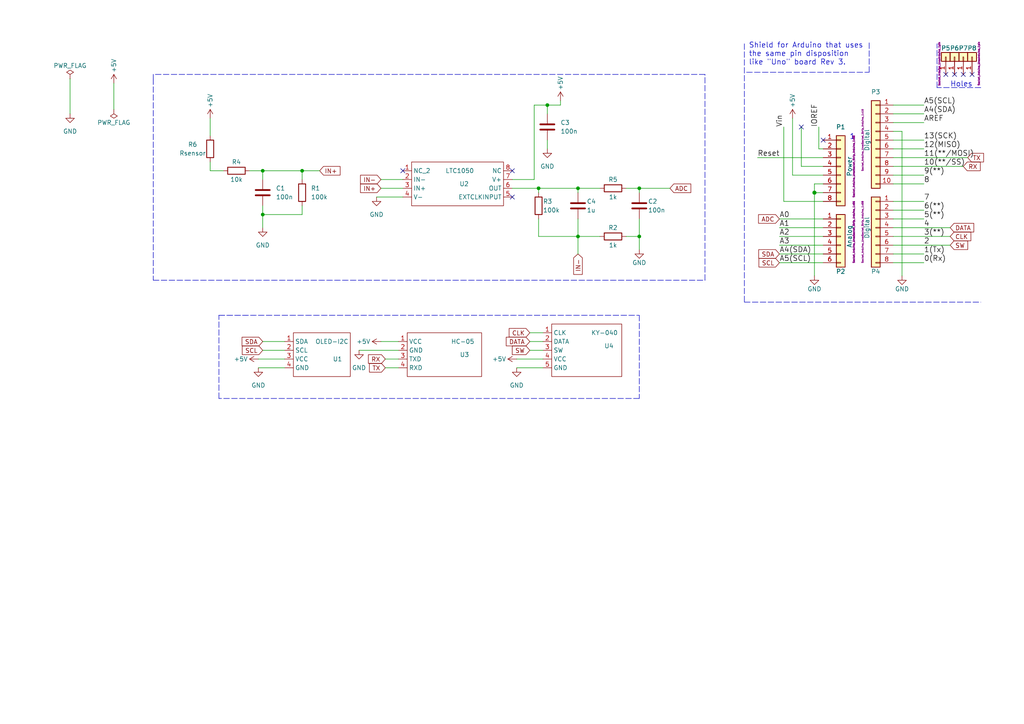
<source format=kicad_sch>
(kicad_sch (version 20211123) (generator eeschema)
  (paper "A4")
  (title_block (date "lun. 30 mars 2015"))
  (lib_symbols
    (symbol "Connector_Generic:Conn_01x01" (pin_names (offset 1.016) hide)
      (property "Reference" "J" (at 0 2.54 0))
      (property "Value" "Conn_01x01" (at 0 -2.54 0))
      (symbol "Conn_01x01_1_1"
        (rectangle (start -1.27 0.127) (end 0 -0.127) (stroke (width 0.1524)))
        (rectangle (start -1.27 1.27) (end 1.27 -1.27) (stroke (width 0.254)) (fill (type background)))
        (pin passive line (at -5.08 0 0) (length 3.81) (name "Pin_1") (number "1"))
      )
    )
    (symbol "Connector_Generic:Conn_01x06" (pin_names (offset 1.016) hide)
      (property "Reference" "J" (at 0 7.62 0))
      (property "Value" "Conn_01x06" (at 0 -10.16 0))
      (symbol "Conn_01x06_1_1"
        (rectangle (start -1.27 -7.493) (end 0 -7.747) (stroke (width 0.1524)))
        (rectangle (start -1.27 -4.953) (end 0 -5.207) (stroke (width 0.1524)))
        (rectangle (start -1.27 -2.413) (end 0 -2.667) (stroke (width 0.1524)))
        (rectangle (start -1.27 0.127) (end 0 -0.127) (stroke (width 0.1524)))
        (rectangle (start -1.27 2.667) (end 0 2.413) (stroke (width 0.1524)))
        (rectangle (start -1.27 5.207) (end 0 4.953) (stroke (width 0.1524)))
        (rectangle (start -1.27 6.35) (end 1.27 -8.89) (stroke (width 0.254)) (fill (type background)))
        (pin passive line (at -5.08 5.08 0) (length 3.81) (name "Pin_1") (number "1"))
        (pin passive line (at -5.08 2.54 0) (length 3.81) (name "Pin_2") (number "2"))
        (pin passive line (at -5.08 0 0) (length 3.81) (name "Pin_3") (number "3"))
        (pin passive line (at -5.08 -2.54 0) (length 3.81) (name "Pin_4") (number "4"))
        (pin passive line (at -5.08 -5.08 0) (length 3.81) (name "Pin_5") (number "5"))
        (pin passive line (at -5.08 -7.62 0) (length 3.81) (name "Pin_6") (number "6"))
      )
    )
    (symbol "Connector_Generic:Conn_01x08" (pin_names (offset 1.016) hide)
      (property "Reference" "J" (at 0 10.16 0))
      (property "Value" "Conn_01x08" (at 0 -12.7 0))
      (symbol "Conn_01x08_1_1"
        (rectangle (start -1.27 -10.033) (end 0 -10.287) (stroke (width 0.1524)))
        (rectangle (start -1.27 -7.493) (end 0 -7.747) (stroke (width 0.1524)))
        (rectangle (start -1.27 -4.953) (end 0 -5.207) (stroke (width 0.1524)))
        (rectangle (start -1.27 -2.413) (end 0 -2.667) (stroke (width 0.1524)))
        (rectangle (start -1.27 0.127) (end 0 -0.127) (stroke (width 0.1524)))
        (rectangle (start -1.27 2.667) (end 0 2.413) (stroke (width 0.1524)))
        (rectangle (start -1.27 5.207) (end 0 4.953) (stroke (width 0.1524)))
        (rectangle (start -1.27 7.747) (end 0 7.493) (stroke (width 0.1524)))
        (rectangle (start -1.27 8.89) (end 1.27 -11.43) (stroke (width 0.254)) (fill (type background)))
        (pin passive line (at -5.08 7.62 0) (length 3.81) (name "Pin_1") (number "1"))
        (pin passive line (at -5.08 5.08 0) (length 3.81) (name "Pin_2") (number "2"))
        (pin passive line (at -5.08 2.54 0) (length 3.81) (name "Pin_3") (number "3"))
        (pin passive line (at -5.08 0 0) (length 3.81) (name "Pin_4") (number "4"))
        (pin passive line (at -5.08 -2.54 0) (length 3.81) (name "Pin_5") (number "5"))
        (pin passive line (at -5.08 -5.08 0) (length 3.81) (name "Pin_6") (number "6"))
        (pin passive line (at -5.08 -7.62 0) (length 3.81) (name "Pin_7") (number "7"))
        (pin passive line (at -5.08 -10.16 0) (length 3.81) (name "Pin_8") (number "8"))
      )
    )
    (symbol "Connector_Generic:Conn_01x10" (pin_names (offset 1.016) hide)
      (property "Reference" "J" (at 0 12.7 0))
      (property "Value" "Conn_01x10" (at 0 -15.24 0))
      (symbol "Conn_01x10_1_1"
        (rectangle (start -1.27 -12.573) (end 0 -12.827) (stroke (width 0.1524)))
        (rectangle (start -1.27 -10.033) (end 0 -10.287) (stroke (width 0.1524)))
        (rectangle (start -1.27 -7.493) (end 0 -7.747) (stroke (width 0.1524)))
        (rectangle (start -1.27 -4.953) (end 0 -5.207) (stroke (width 0.1524)))
        (rectangle (start -1.27 -2.413) (end 0 -2.667) (stroke (width 0.1524)))
        (rectangle (start -1.27 0.127) (end 0 -0.127) (stroke (width 0.1524)))
        (rectangle (start -1.27 2.667) (end 0 2.413) (stroke (width 0.1524)))
        (rectangle (start -1.27 5.207) (end 0 4.953) (stroke (width 0.1524)))
        (rectangle (start -1.27 7.747) (end 0 7.493) (stroke (width 0.1524)))
        (rectangle (start -1.27 10.287) (end 0 10.033) (stroke (width 0.1524)))
        (rectangle (start -1.27 11.43) (end 1.27 -13.97) (stroke (width 0.254)) (fill (type background)))
        (pin passive line (at -5.08 10.16 0) (length 3.81) (name "Pin_1") (number "1"))
        (pin passive line (at -5.08 -12.7 0) (length 3.81) (name "Pin_10") (number "10"))
        (pin passive line (at -5.08 7.62 0) (length 3.81) (name "Pin_2") (number "2"))
        (pin passive line (at -5.08 5.08 0) (length 3.81) (name "Pin_3") (number "3"))
        (pin passive line (at -5.08 2.54 0) (length 3.81) (name "Pin_4") (number "4"))
        (pin passive line (at -5.08 0 0) (length 3.81) (name "Pin_5") (number "5"))
        (pin passive line (at -5.08 -2.54 0) (length 3.81) (name "Pin_6") (number "6"))
        (pin passive line (at -5.08 -5.08 0) (length 3.81) (name "Pin_7") (number "7"))
        (pin passive line (at -5.08 -7.62 0) (length 3.81) (name "Pin_8") (number "8"))
        (pin passive line (at -5.08 -10.16 0) (length 3.81) (name "Pin_9") (number "9"))
      )
    )
    (symbol "Device:C" (pin_numbers hide) (pin_names (offset 0.254))
      (property "Reference" "C" (at 0.635 2.54 0))
      (property "Value" "C" (at 0.635 -2.54 0))
      (symbol "C_0_1"
        (polyline (pts (xy -2.032 -0.762) (xy 2.032 -0.762)) (stroke (width 0.508)))
        (polyline (pts (xy -2.032 0.762) (xy 2.032 0.762)) (stroke (width 0.508)))
      )
      (symbol "C_1_1"
        (pin passive line (at 0 3.81 270) (length 2.794) (name "~") (number "1"))
        (pin passive line (at 0 -3.81 90) (length 2.794) (name "~") (number "2"))
      )
    )
    (symbol "Device:R" (pin_numbers hide) (pin_names (offset 0))
      (property "Reference" "R" (at 2.032 0 90))
      (property "Value" "R" (at 0 0 90))
      (symbol "R_0_1"
        (rectangle (start -1.016 -2.54) (end 1.016 2.54) (stroke (width 0.254)))
      )
      (symbol "R_1_1"
        (pin passive line (at 0 3.81 270) (length 1.27) (name "~") (number "1"))
        (pin passive line (at 0 -3.81 90) (length 1.27) (name "~") (number "2"))
      )
    )
    (symbol "custom_library:HC-05"
      (property "Reference" "U" (at 0 0 0))
      (property "Value" "HC-05" (at 1.27 -3.81 0))
      (symbol "HC-05_0_1"
        (rectangle (start -15.24 -1.27) (end 6.35 -13.97))
      )
      (symbol "HC-05_1_1"
        (pin input line (at -17.78 -3.81 0) (length 2.54) (name "VCC") (number "1"))
        (pin input line (at -17.78 -6.35 0) (length 2.54) (name "GND") (number "2"))
        (pin output line (at -17.78 -8.89 0) (length 2.54) (name "TXD") (number "3"))
        (pin input line (at -17.78 -11.43 0) (length 2.54) (name "RXD") (number "4"))
      )
    )
    (symbol "custom_library:KY-040"
      (property "Reference" "U" (at -5.08 0 0))
      (property "Value" "KY-040" (at 0 -3.81 0))
      (symbol "KY-040_0_1"
        (rectangle (start -15.24 -1.27) (end 5.08 -16.51))
      )
      (symbol "KY-040_1_1"
        (pin output line (at -17.78 -3.81 0) (length 2.54) (name "CLK") (number "1"))
        (pin output line (at -17.78 -6.35 0) (length 2.54) (name "DATA") (number "2"))
        (pin output line (at -17.78 -8.89 0) (length 2.54) (name "SW") (number "3"))
        (pin input line (at -17.78 -11.43 0) (length 2.54) (name "VCC") (number "4"))
        (pin input line (at -17.78 -13.97 0) (length 2.54) (name "GND") (number "5"))
      )
    )
    (symbol "custom_library:LTC1050"
      (property "Reference" "U" (at 13.97 7.62 0))
      (property "Value" "LTC1050" (at 8.89 2.54 0))
      (symbol "LTC1050_0_1"
        (rectangle (start -5.08 -7.62) (end 21.59 5.08))
      )
      (symbol "LTC1050_1_1"
        (pin input line (at -7.62 2.54 0) (length 2.54) (name "NC_2") (number "1"))
        (pin input line (at -7.62 0 0) (length 2.54) (name "IN-") (number "2"))
        (pin input line (at -7.62 -2.54 0) (length 2.54) (name "IN+") (number "3"))
        (pin input line (at -7.62 -5.08 0) (length 2.54) (name "V-") (number "4"))
        (pin input line (at 24.13 -5.08 180) (length 2.54) (name "EXTCLKINPUT") (number "5"))
        (pin output line (at 24.13 -2.54 180) (length 2.54) (name "OUT") (number "6"))
        (pin input line (at 24.13 0 180) (length 2.54) (name "V+") (number "7"))
        (pin input line (at 24.13 2.54 180) (length 2.54) (name "NC") (number "8"))
      )
    )
    (symbol "custom_library:OLED-I2C"
      (property "Reference" "U" (at 0 0 0))
      (property "Value" "OLED-I2C" (at 10.16 -7.62 0))
      (symbol "OLED-I2C_0_1"
        (rectangle (start 0 -5.08) (end 16.51 -17.78))
      )
      (symbol "OLED-I2C_1_1"
        (pin bidirectional line (at -2.54 -7.62 0) (length 2.54) (name "SDA") (number "1"))
        (pin bidirectional line (at -2.54 -10.16 0) (length 2.54) (name "SCL") (number "2"))
        (pin input line (at -2.54 -12.7 0) (length 2.54) (name "VCC") (number "3"))
        (pin input line (at -2.54 -15.24 0) (length 2.54) (name "GND") (number "4"))
      )
    )
    (symbol "power:+5V" (power) (pin_names (offset 0))
      (property "Value" "+5V" (at 0 3.556 0))
      (symbol "+5V_0_1"
        (polyline (pts (xy -0.762 1.27) (xy 0 2.54)))
        (polyline (pts (xy 0 0) (xy 0 2.54)))
        (polyline (pts (xy 0 2.54) (xy 0.762 1.27)))
      )
      (symbol "+5V_1_1"
        (pin power_in line (at 0 0 90) (length 0) hide (name "+5V") (number "1"))
      )
    )
    (symbol "power:GND" (power) (pin_names (offset 0))
      (property "Value" "GND" (at 0 -3.81 0))
      (symbol "GND_0_1"
        (polyline (pts (xy 0 0) (xy 0 -1.27) (xy 1.27 -1.27) (xy 0 -2.54) (xy -1.27 -1.27) (xy 0 -1.27)))
      )
      (symbol "GND_1_1"
        (pin power_in line (at 0 0 270) (length 0) hide (name "GND") (number "1"))
      )
    )
    (symbol "power:PWR_FLAG" (power) (pin_numbers hide) (pin_names (offset 0) hide)
      (property "Value" "PWR_FLAG" (at 0 3.81 0))
      (symbol "PWR_FLAG_0_0"
        (pin power_out line (at 0 0 90) (length 0) (name "pwr") (number "1"))
      )
      (symbol "PWR_FLAG_0_1"
        (polyline (pts (xy 0 0) (xy 0 1.27) (xy -1.016 1.905) (xy 0 2.54) (xy 1.016 1.905) (xy 0 1.27)))
      )
    )
  )
  (junction (at 76.2 62.23))
  (junction (at 156.21 54.61))
  (junction (at 76.2 49.53))
  (junction (at 167.64 68.58))
  (junction (at 167.64 54.61))
  (junction (at 185.42 54.61))
  (junction (at 158.75 30.48))
  (junction (at 87.63 49.53))
  (junction (at 236.22 55.88) (diameter 1.016))
  (junction (at 185.42 68.58))
  (no_connect (at 279.4 21.59))
  (no_connect (at 274.32 21.59))
  (no_connect (at 232.41 36.83))
  (no_connect (at 276.86 21.59))
  (no_connect (at 116.84 49.53))
  (no_connect (at 148.59 57.15))
  (no_connect (at 148.59 49.53))
  (no_connect (at 281.94 21.59))
  (no_connect (at 238.76 40.64))
  (wire (pts (xy 111.76 106.68) (xy 115.57 106.68)))
  (wire (pts (xy 148.59 54.61) (xy 156.21 54.61)))
  (wire (pts (xy 167.64 63.5) (xy 167.64 68.58)))
  (wire (pts (xy 238.76 48.26) (xy 232.41 48.26)))
  (polyline (pts (xy 185.42 91.44) (xy 185.42 115.57)))
  (wire (pts (xy 238.76 71.12) (xy 226.06 71.12)))
  (wire (pts (xy 167.64 68.58) (xy 167.64 73.66)))
  (wire (pts (xy 60.96 34.29) (xy 60.96 39.37)))
  (polyline (pts (xy 252.095 20.955) (xy 252.095 12.065)) (stroke (width 0) (type dash)))
  (wire (pts (xy 74.93 104.14) (xy 82.55 104.14)))
  (polyline (pts (xy 204.47 21.59) (xy 44.45 21.59)))
  (wire (pts (xy 149.86 106.68) (xy 157.48 106.68)))
  (wire (pts (xy 259.08 63.5) (xy 267.97 63.5)))
  (wire (pts (xy 104.14 101.6) (xy 115.57 101.6)))
  (wire (pts (xy 259.08 45.72) (xy 280.67 45.72)))
  (wire (pts (xy 167.64 54.61) (xy 167.64 55.88)))
  (wire (pts (xy 153.67 101.6) (xy 157.48 101.6)))
  (wire (pts (xy 156.21 68.58) (xy 167.64 68.58)))
  (wire (pts (xy 236.22 53.34) (xy 236.22 55.88)))
  (wire (pts (xy 185.42 54.61) (xy 194.31 54.61)))
  (wire (pts (xy 76.2 101.6) (xy 82.55 101.6)))
  (wire (pts (xy 148.59 52.07) (xy 154.94 52.07)))
  (wire (pts (xy 259.08 43.18) (xy 267.97 43.18)))
  (wire (pts (xy 261.62 38.1) (xy 261.62 80.01)))
  (wire (pts (xy 238.76 53.34) (xy 236.22 53.34)))
  (wire (pts (xy 149.86 104.14) (xy 157.48 104.14)))
  (wire (pts (xy 60.96 49.53) (xy 64.77 49.53)))
  (wire (pts (xy 110.49 54.61) (xy 116.84 54.61)))
  (wire (pts (xy 185.42 54.61) (xy 185.42 55.88)))
  (polyline (pts (xy 44.45 22.86) (xy 44.45 81.28)))
  (wire (pts (xy 87.63 49.53) (xy 87.63 52.07)))
  (wire (pts (xy 173.99 68.58) (xy 167.64 68.58)))
  (wire (pts (xy 110.49 52.07) (xy 116.84 52.07)))
  (wire (pts (xy 259.08 53.34) (xy 267.97 53.34)))
  (wire (pts (xy 237.49 43.18) (xy 238.76 43.18)))
  (wire (pts (xy 162.56 30.48) (xy 162.56 29.21)))
  (wire (pts (xy 238.76 50.8) (xy 229.87 50.8)))
  (wire (pts (xy 153.67 99.06) (xy 157.48 99.06)))
  (wire (pts (xy 110.49 99.06) (xy 115.57 99.06)))
  (wire (pts (xy 259.08 40.64) (xy 267.97 40.64)))
  (wire (pts (xy 154.94 30.48) (xy 158.75 30.48)))
  (wire (pts (xy 156.21 54.61) (xy 156.21 55.88)))
  (wire (pts (xy 259.08 58.42) (xy 267.97 58.42)))
  (wire (pts (xy 238.76 66.04) (xy 226.06 66.04)))
  (polyline (pts (xy 63.5 91.44) (xy 185.42 91.44)))
  (wire (pts (xy 259.08 30.48) (xy 267.97 30.48)))
  (wire (pts (xy 76.2 62.23) (xy 76.2 66.04)))
  (polyline (pts (xy 185.42 115.57) (xy 63.5 115.57)))
  (wire (pts (xy 259.08 71.12) (xy 275.59 71.12)))
  (wire (pts (xy 185.42 63.5) (xy 185.42 68.58)))
  (wire (pts (xy 20.32 22.86) (xy 20.32 33.02)))
  (wire (pts (xy 72.39 49.53) (xy 76.2 49.53)))
  (wire (pts (xy 109.22 57.15) (xy 116.84 57.15)))
  (wire (pts (xy 238.76 58.42) (xy 227.33 58.42)))
  (wire (pts (xy 158.75 30.48) (xy 162.56 30.48)))
  (wire (pts (xy 156.21 54.61) (xy 167.64 54.61)))
  (wire (pts (xy 238.76 63.5) (xy 226.06 63.5)))
  (wire (pts (xy 60.96 46.99) (xy 60.96 49.53)))
  (wire (pts (xy 238.76 73.66) (xy 226.06 73.66)))
  (wire (pts (xy 259.08 48.26) (xy 279.4 48.26)))
  (wire (pts (xy 158.75 30.48) (xy 158.75 33.02)))
  (polyline (pts (xy 284.48 25.4) (xy 271.78 25.4)) (stroke (width 0) (type dash)))
  (wire (pts (xy 87.63 49.53) (xy 92.71 49.53)))
  (wire (pts (xy 185.42 68.58) (xy 185.42 72.39)))
  (wire (pts (xy 238.76 45.72) (xy 219.71 45.72)))
  (wire (pts (xy 259.08 38.1) (xy 261.62 38.1)))
  (wire (pts (xy 238.76 55.88) (xy 236.22 55.88)))
  (polyline (pts (xy 204.47 81.28) (xy 204.47 21.59)))
  (wire (pts (xy 259.08 50.8) (xy 267.97 50.8)))
  (wire (pts (xy 87.63 59.69) (xy 87.63 62.23)))
  (polyline (pts (xy 44.45 21.59) (xy 44.45 24.13)))
  (wire (pts (xy 156.21 63.5) (xy 156.21 68.58)))
  (wire (pts (xy 236.22 55.88) (xy 236.22 80.01)))
  (wire (pts (xy 227.33 58.42) (xy 227.33 36.83)))
  (wire (pts (xy 33.02 24.13) (xy 33.02 31.75)))
  (wire (pts (xy 76.2 59.69) (xy 76.2 62.23)))
  (polyline (pts (xy 215.9 87.63) (xy 284.48 87.63)) (stroke (width 0) (type dash)))
  (wire (pts (xy 259.08 68.58) (xy 275.59 68.58)))
  (wire (pts (xy 167.64 54.61) (xy 173.99 54.61)))
  (wire (pts (xy 76.2 99.06) (xy 82.55 99.06)))
  (wire (pts (xy 238.76 76.2) (xy 226.06 76.2)))
  (wire (pts (xy 154.94 30.48) (xy 154.94 52.07)))
  (wire (pts (xy 259.08 73.66) (xy 267.97 73.66)))
  (polyline (pts (xy 271.78 25.4) (xy 271.78 12.7)) (stroke (width 0) (type dash)))
  (wire (pts (xy 259.08 60.96) (xy 267.97 60.96)))
  (wire (pts (xy 229.87 50.8) (xy 229.87 34.29)))
  (wire (pts (xy 181.61 68.58) (xy 185.42 68.58)))
  (wire (pts (xy 259.08 33.02) (xy 267.97 33.02)))
  (wire (pts (xy 181.61 54.61) (xy 185.42 54.61)))
  (wire (pts (xy 76.2 49.53) (xy 76.2 52.07)))
  (wire (pts (xy 259.08 66.04) (xy 275.59 66.04)))
  (polyline (pts (xy 44.45 81.28) (xy 204.47 81.28)))
  (wire (pts (xy 259.08 35.56) (xy 267.97 35.56)))
  (polyline (pts (xy 215.9 12.7) (xy 215.9 87.63)) (stroke (width 0) (type dash)))
  (wire (pts (xy 76.2 49.53) (xy 87.63 49.53)))
  (wire (pts (xy 158.75 40.64) (xy 158.75 43.18)))
  (wire (pts (xy 153.67 96.52) (xy 157.48 96.52)))
  (wire (pts (xy 232.41 48.26) (xy 232.41 36.83)))
  (wire (pts (xy 237.49 36.83) (xy 237.49 43.18)))
  (polyline (pts (xy 63.5 115.57) (xy 63.5 91.44)))
  (polyline (pts (xy 63.5 91.44) (xy 72.39 91.44)))
  (wire (pts (xy 259.08 76.2) (xy 267.97 76.2)))
  (wire (pts (xy 76.2 62.23) (xy 87.63 62.23)))
  (wire (pts (xy 111.76 104.14) (xy 115.57 104.14)))
  (wire (pts (xy 74.93 106.68) (xy 82.55 106.68)))
  (wire (pts (xy 238.76 68.58) (xy 226.06 68.58)))
  (polyline (pts (xy 216.535 20.955) (xy 252.095 20.955)) (stroke (width 0) (type dash)))
  (text "Holes" (at 275.59 25.4 0) (effects (font (size 1.524 1.524)) (justify left bottom)))
  (text "Shield for Arduino that uses\nthe same pin disposition\nlike \"Uno\" board Rev 3." (at 217.17 19.05 0) (effects (font (size 1.524 1.524)) (justify left bottom)))
  (text "1" (at 246.38 40.64 0) (effects (font (size 1.524 1.524)) (justify left bottom)))
  (label "Vin" (at 227.33 36.83 90) (effects (font (size 1.524 1.524))))
  (label "0(Rx)" (at 267.97 76.2 0) (effects (font (size 1.524 1.524))))
  (label "A4(SDA)" (at 226.06 73.66 0) (effects (font (size 1.524 1.524))))
  (label "4" (at 267.97 66.04 0) (effects (font (size 1.524 1.524))))
  (label "5(**)" (at 267.97 63.5 0) (effects (font (size 1.524 1.524))))
  (label "A2" (at 226.06 68.58 0) (effects (font (size 1.524 1.524))))
  (label "A5(SCL)" (at 226.06 76.2 0) (effects (font (size 1.524 1.524))))
  (label "A0" (at 226.06 63.5 0) (effects (font (size 1.524 1.524))))
  (label "A1" (at 226.06 66.04 0) (effects (font (size 1.524 1.524))))
  (label "10(**/SS)" (at 267.97 48.26 0) (effects (font (size 1.524 1.524))))
  (label "13(SCK)" (at 267.97 40.64 0) (effects (font (size 1.524 1.524))))
  (label "7" (at 267.97 58.42 0) (effects (font (size 1.524 1.524))))
  (label "A4(SDA)" (at 267.97 33.02 0) (effects (font (size 1.524 1.524))))
  (label "A3" (at 226.06 71.12 0) (effects (font (size 1.524 1.524))))
  (label "Reset" (at 219.71 45.72 0) (effects (font (size 1.524 1.524))))
  (label "2" (at 267.97 71.12 0) (effects (font (size 1.524 1.524))))
  (label "12(MISO)" (at 267.97 43.18 0) (effects (font (size 1.524 1.524))))
  (label "3(**)" (at 267.97 68.58 0) (effects (font (size 1.524 1.524))))
  (label "9(**)" (at 267.97 50.8 0) (effects (font (size 1.524 1.524))))
  (label "8" (at 267.97 53.34 0) (effects (font (size 1.524 1.524))))
  (label "A5(SCL)" (at 267.97 30.48 0) (effects (font (size 1.524 1.524))))
  (label "IOREF" (at 237.49 36.83 90) (effects (font (size 1.524 1.524))))
  (label "AREF" (at 267.97 35.56 0) (effects (font (size 1.524 1.524))))
  (label "11(**/MOSI)" (at 267.97 45.72 0) (effects (font (size 1.524 1.524))))
  (label "1(Tx)" (at 267.97 73.66 0) (effects (font (size 1.524 1.524))))
  (label "6(**)" (at 267.97 60.96 0) (effects (font (size 1.524 1.524))))
  (global_label "IN-" (shape input) (at 167.64 73.66 270) (property "Intersheet References" "${INTERSHEET_REFS}" (effects hide)))
  (global_label "DATA" (shape input) (at 153.67 99.06 180) (property "Intersheet References" "${INTERSHEET_REFS}" (effects hide)))
  (global_label "SCL" (shape input) (at 76.2 101.6 180) (property "Intersheet References" "${INTERSHEET_REFS}" (effects hide)))
  (global_label "RX" (shape input) (at 279.4 48.26 0) (property "Intersheet References" "${INTERSHEET_REFS}" (effects hide)))
  (global_label "IN+" (shape input) (at 110.49 54.61 180) (property "Intersheet References" "${INTERSHEET_REFS}" (effects hide)))
  (global_label "CLK" (shape input) (at 275.59 68.58 0) (property "Intersheet References" "${INTERSHEET_REFS}" (effects hide)))
  (global_label "IN+" (shape input) (at 92.71 49.53 0) (property "Intersheet References" "${INTERSHEET_REFS}" (effects hide)))
  (global_label "SW" (shape input) (at 153.67 101.6 180) (property "Intersheet References" "${INTERSHEET_REFS}" (effects hide)))
  (global_label "RX" (shape input) (at 111.76 104.14 180) (property "Intersheet References" "${INTERSHEET_REFS}" (effects hide)))
  (global_label "SCL" (shape input) (at 226.06 76.2 180) (property "Intersheet References" "${INTERSHEET_REFS}" (effects hide)))
  (global_label "TX" (shape input) (at 111.76 106.68 180) (property "Intersheet References" "${INTERSHEET_REFS}" (effects hide)))
  (global_label "TX" (shape input) (at 280.67 45.72 0) (property "Intersheet References" "${INTERSHEET_REFS}" (effects hide)))
  (global_label "ADC" (shape input) (at 194.31 54.61 0) (property "Intersheet References" "${INTERSHEET_REFS}" (effects hide)))
  (global_label "SDA" (shape input) (at 76.2 99.06 180) (property "Intersheet References" "${INTERSHEET_REFS}" (effects hide)))
  (global_label "ADC" (shape input) (at 226.06 63.5 180) (property "Intersheet References" "${INTERSHEET_REFS}" (effects hide)))
  (global_label "DATA" (shape input) (at 275.59 66.04 0) (property "Intersheet References" "${INTERSHEET_REFS}" (effects hide)))
  (global_label "IN-" (shape input) (at 110.49 52.07 180) (property "Intersheet References" "${INTERSHEET_REFS}" (effects hide)))
  (global_label "CLK" (shape input) (at 153.67 96.52 180) (property "Intersheet References" "${INTERSHEET_REFS}" (effects hide)))
  (global_label "SDA" (shape input) (at 226.06 73.66 180) (property "Intersheet References" "${INTERSHEET_REFS}" (effects hide)))
  (global_label "SW" (shape input) (at 275.59 71.12 0) (property "Intersheet References" "${INTERSHEET_REFS}" (effects hide)))
  (symbol (lib_id "Connector_Generic:Conn_01x08") (at 243.84 48.26 0) (unit 1)
    (property "Reference" "P1" (at 243.84 36.83 0))
    (property "Value" "Power" (at 246.38 48.26 90))
    (property "Footprint" "Socket_Arduino_Uno:Socket_Strip_Arduino_1x08" (at 247.65 48.26 90) (effects (font (size 0.508 0.508))))
  )
  (symbol (lib_id "power:+5V") (at 229.87 34.29 0) (unit 1)
    (property "Reference" "#PWR02" (effects hide))
    (property "Value" "+5V" (at 229.87 29.21 90))
  )
  (symbol (lib_id "power:GND") (at 236.22 80.01 0) (unit 1)
    (property "Reference" "#PWR03" (effects hide))
    (property "Value" "GND" (at 236.22 83.82 0))
  )
  (symbol (lib_id "power:GND") (at 261.62 80.01 0) (unit 1)
    (property "Reference" "#PWR04" (effects hide))
    (property "Value" "GND" (at 261.62 83.82 0))
  )
  (symbol (lib_id "Connector_Generic:Conn_01x06") (at 243.84 68.58 0) (unit 1)
    (property "Reference" "P2" (at 243.84 78.74 0))
    (property "Value" "Analog" (at 246.38 68.58 90))
    (property "Footprint" "Socket_Arduino_Uno:Socket_Strip_Arduino_1x06" (at 247.65 67.31 90) (effects (font (size 0.508 0.508))))
  )
  (symbol (lib_id "Connector_Generic:Conn_01x01") (at 274.32 16.51 90) (unit 1)
    (property "Reference" "P5" (at 274.32 13.97 90))
    (property "Value" "CONN_01X01" (effects hide))
    (property "Footprint" "Socket_Arduino_Uno:Arduino_1pin" (at 272.4404 18.5166 0) (effects (font (size 0.508 0.508))))
  )
  (symbol (lib_id "Connector_Generic:Conn_01x01") (at 276.86 16.51 90) (unit 1)
    (property "Reference" "P6" (at 276.86 13.97 90))
    (property "Value" "CONN_01X01" (effects hide))
    (property "Footprint" "Socket_Arduino_Uno:Arduino_1pin" (effects hide))
  )
  (symbol (lib_id "Connector_Generic:Conn_01x01") (at 279.4 16.51 90) (unit 1)
    (property "Reference" "P7" (at 279.4 13.97 90))
    (property "Value" "CONN_01X01" (effects hide))
    (property "Footprint" "Socket_Arduino_Uno:Arduino_1pin" (effects hide))
  )
  (symbol (lib_id "Connector_Generic:Conn_01x01") (at 281.94 16.51 90) (unit 1)
    (property "Reference" "P8" (at 281.94 13.97 90))
    (property "Value" "CONN_01X01" (effects hide))
    (property "Footprint" "Socket_Arduino_Uno:Arduino_1pin" (at 283.9212 18.4404 0) (effects (font (size 0.508 0.508))))
  )
  (symbol (lib_id "Connector_Generic:Conn_01x08") (at 254 66.04 0) (mirror y) (unit 1)
    (property "Reference" "P4" (at 254 78.74 0))
    (property "Value" "Digital" (at 251.46 66.04 90))
    (property "Footprint" "Socket_Arduino_Uno:Socket_Strip_Arduino_1x08" (at 250.19 67.31 90) (effects (font (size 0.508 0.508))))
  )
  (symbol (lib_id "Connector_Generic:Conn_01x10") (at 254 40.64 0) (mirror y) (unit 1)
    (property "Reference" "P3" (at 254 26.67 0))
    (property "Value" "Digital" (at 251.46 40.64 90))
    (property "Footprint" "Socket_Arduino_Uno:Socket_Strip_Arduino_1x10" (at 250.19 40.64 90) (effects (font (size 0.508 0.508))))
  )
  (symbol (lib_id "Device:R") (at 68.58 49.53 90) (unit 1)
    (property "Reference" "R4" (at 68.58 46.99 90))
    (property "Value" "10k" (at 68.58 52.07 90))
    (property "Footprint" "Resistor_THT:R_Axial_DIN0204_L3.6mm_D1.6mm_P7.62mm_Horizontal" (effects hide))
  )
  (symbol (lib_id "power:+5V") (at 74.93 104.14 90) (unit 1)
    (property "Reference" "#PWR05" (effects hide))
    (property "Value" "+5V" (at 69.85 104.14 90))
  )
  (symbol (lib_id "Device:R") (at 156.21 59.69 0) (unit 1)
    (property "Reference" "R3" (at 157.48 58.42 0) (effects (justify left)))
    (property "Value" "100k" (at 157.48 60.96 0) (effects (justify left)))
    (property "Footprint" "Resistor_THT:R_Axial_DIN0204_L3.6mm_D1.6mm_P7.62mm_Horizontal" (effects hide))
  )
  (symbol (lib_id "power:+5V") (at 162.56 29.21 0) (unit 1)
    (property "Reference" "#PWR012" (effects hide))
    (property "Value" "+5V" (at 162.56 24.13 90))
  )
  (symbol (lib_id "power:GND") (at 185.42 72.39 0) (unit 1)
    (property "Reference" "#PWR016" (effects hide))
    (property "Value" "GND" (at 185.42 76.2 0))
  )
  (symbol (lib_id "power:GND") (at 109.22 57.15 0) (unit 1)
    (property "Reference" "#PWR07" (effects hide))
    (property "Value" "GND" (at 109.22 62.23 0))
  )
  (symbol (lib_id "custom_library:KY-040") (at 175.26 92.71 0) (unit 1)
    (property "Reference" "U4" (at 175.26 100.33 0) (effects (justify left)))
    (property "Value" "KY-040" (at 171.45 96.52 0) (effects (justify left)))
    (property "Footprint" "custom_library:SIP-5" (effects hide))
  )
  (symbol (lib_id "power:GND") (at 158.75 43.18 0) (unit 1)
    (property "Reference" "#PWR015" (effects hide))
    (property "Value" "GND" (at 158.75 48.26 0))
  )
  (symbol (lib_id "Device:C") (at 185.42 59.69 0) (unit 1)
    (property "Reference" "C2" (at 187.96 58.42 0) (effects (justify left)))
    (property "Value" "100n" (at 187.96 60.96 0) (effects (justify left)))
    (property "Footprint" "Resistor_THT:R_Axial_DIN0204_L3.6mm_D1.6mm_P5.08mm_Horizontal" (effects hide))
  )
  (symbol (lib_id "power:GND") (at 20.32 33.02 0) (unit 1)
    (property "Reference" "#PWR018" (effects hide))
    (property "Value" "GND" (at 20.32 38.1 0))
  )
  (symbol (lib_id "Device:R") (at 177.8 54.61 90) (unit 1)
    (property "Reference" "R5" (at 177.8 52.07 90))
    (property "Value" "1k" (at 177.8 57.15 90))
    (property "Footprint" "Resistor_THT:R_Axial_DIN0204_L3.6mm_D1.6mm_P7.62mm_Horizontal" (effects hide))
  )
  (symbol (lib_id "power:+5V") (at 149.86 104.14 90) (unit 1)
    (property "Reference" "#PWR010" (effects hide))
    (property "Value" "+5V" (at 144.78 104.14 90))
  )
  (symbol (lib_id "power:GND") (at 76.2 66.04 0) (unit 1)
    (property "Reference" "#PWR014" (effects hide))
    (property "Value" "GND" (at 76.2 71.12 0))
  )
  (symbol (lib_id "Device:C") (at 76.2 55.88 0) (unit 1)
    (property "Reference" "C1" (at 80.01 54.6099 0) (effects (justify left)))
    (property "Value" "100n" (at 80.01 57.1499 0) (effects (justify left)))
    (property "Footprint" "Resistor_THT:R_Axial_DIN0204_L3.6mm_D1.6mm_P5.08mm_Horizontal" (effects hide))
  )
  (symbol (lib_id "power:PWR_FLAG") (at 20.32 22.86 0) (unit 1)
    (property "Reference" "#FLG02" (effects hide))
    (property "Value" "PWR_FLAG" (at 20.32 19.05 0))
  )
  (symbol (lib_id "power:PWR_FLAG") (at 33.02 31.75 180) (unit 1)
    (property "Reference" "#FLG01" (effects hide))
    (property "Value" "PWR_FLAG" (at 33.02 35.56 0))
  )
  (symbol (lib_id "power:GND") (at 104.14 101.6 0) (unit 1)
    (property "Reference" "#PWR08" (effects hide))
    (property "Value" "GND" (at 104.14 106.68 0))
  )
  (symbol (lib_id "Device:C") (at 167.64 59.69 0) (unit 1)
    (property "Reference" "C4" (at 170.18 58.42 0) (effects (justify left)))
    (property "Value" "1u" (at 170.18 60.96 0) (effects (justify left)))
    (property "Footprint" "Capacitor_THT:C_Rect_L7.0mm_W4.5mm_P5.00mm" (effects hide))
  )
  (symbol (lib_id "power:GND") (at 149.86 106.68 0) (unit 1)
    (property "Reference" "#PWR011" (effects hide))
    (property "Value" "GND" (at 149.86 111.76 0))
  )
  (symbol (lib_id "Device:C") (at 158.75 36.83 0) (unit 1)
    (property "Reference" "C3" (at 162.56 35.5599 0) (effects (justify left)))
    (property "Value" "100n" (at 162.56 38.0999 0) (effects (justify left)))
    (property "Footprint" "Resistor_THT:R_Axial_DIN0204_L3.6mm_D1.6mm_P5.08mm_Horizontal" (effects hide))
  )
  (symbol (lib_id "power:+5V") (at 33.02 24.13 0) (unit 1)
    (property "Reference" "#PWR017" (effects hide))
    (property "Value" "+5V" (at 33.02 19.05 90))
  )
  (symbol (lib_id "Device:R") (at 87.63 55.88 0) (unit 1)
    (property "Reference" "R1" (at 90.17 54.6099 0) (effects (justify left)))
    (property "Value" "100k" (at 90.17 57.1499 0) (effects (justify left)))
    (property "Footprint" "Resistor_THT:R_Axial_DIN0204_L3.6mm_D1.6mm_P7.62mm_Horizontal" (effects hide))
  )
  (symbol (lib_id "Device:R") (at 177.8 68.58 90) (unit 1)
    (property "Reference" "R2" (at 177.8 66.04 90))
    (property "Value" "1k" (at 177.8 71.12 90))
    (property "Footprint" "Resistor_THT:R_Axial_DIN0204_L3.6mm_D1.6mm_P7.62mm_Horizontal" (effects hide))
  )
  (symbol (lib_id "custom_library:HC-05") (at 133.35 95.25 0) (unit 1)
    (property "Reference" "U3" (at 133.35 102.87 0) (effects (justify left)))
    (property "Value" "HC-05" (at 130.81 99.06 0) (effects (justify left)))
    (property "Footprint" "custom_library:SIP-4" (effects hide))
  )
  (symbol (lib_id "power:+5V") (at 110.49 99.06 90) (unit 1)
    (property "Reference" "#PWR09" (effects hide))
    (property "Value" "+5V" (at 105.41 99.06 90))
  )
  (symbol (lib_id "power:GND") (at 74.93 106.68 0) (unit 1)
    (property "Reference" "#PWR06" (effects hide))
    (property "Value" "GND" (at 74.93 111.76 0))
  )
  (symbol (lib_id "custom_library:OLED-I2C") (at 85.09 91.44 0) (unit 1)
    (property "Reference" "U1" (at 96.52 104.14 0) (effects (justify left)))
    (property "Value" "OLED-I2C" (at 91.44 99.06 0) (effects (justify left)))
    (property "Footprint" "custom_library:SIP-4" (effects hide))
  )
  (symbol (lib_id "custom_library:LTC1050") (at 124.46 52.07 0) (unit 1)
    (property "Reference" "U2" (at 134.62 53.34 0))
    (property "Value" "LTC1050" (at 133.35 49.53 0))
    (property "Footprint" "custom_library:DIP-8_296_ELL" (effects hide))
  )
  (symbol (lib_id "Device:R") (at 60.96 43.18 180) (unit 1)
    (property "Reference" "R6" (at 55.88 41.91 0))
    (property "Value" "Rsensor" (at 55.88 44.45 0))
    (property "Footprint" "custom_library:SIP-2" (effects hide))
  )
  (symbol (lib_id "power:+5V") (at 60.96 34.29 0) (unit 1)
    (property "Reference" "#PWR013" (effects hide))
    (property "Value" "+5V" (at 60.96 29.21 90))
  )
)
</source>
